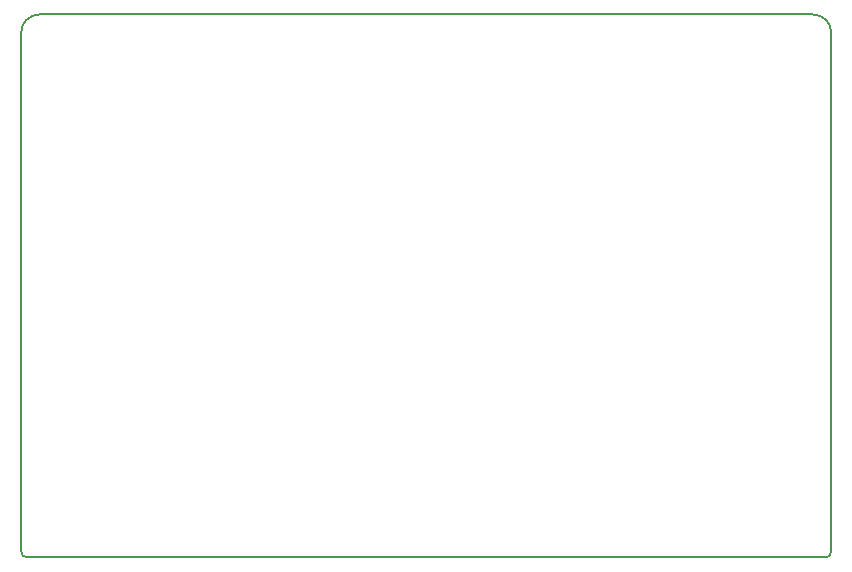
<source format=gm1>
G04 #@! TF.GenerationSoftware,KiCad,Pcbnew,(5.1.10-1-10_14)*
G04 #@! TF.CreationDate,2021-11-18T23:27:22-05:00*
G04 #@! TF.ProjectId,MacClassicRAMCard,4d616343-6c61-4737-9369-6352414d4361,rev?*
G04 #@! TF.SameCoordinates,Original*
G04 #@! TF.FileFunction,Profile,NP*
%FSLAX46Y46*%
G04 Gerber Fmt 4.6, Leading zero omitted, Abs format (unit mm)*
G04 Created by KiCad (PCBNEW (5.1.10-1-10_14)) date 2021-11-18 23:27:22*
%MOMM*%
%LPD*%
G01*
G04 APERTURE LIST*
G04 #@! TA.AperFunction,Profile*
%ADD10C,0.150000*%
G04 #@! TD*
G04 APERTURE END LIST*
D10*
X86868000Y-134874000D02*
G75*
G02*
X86360000Y-134366000I0J508000D01*
G01*
X154940000Y-134366000D02*
G75*
G02*
X154432000Y-134874000I-508000J0D01*
G01*
X154940000Y-134366000D02*
X154940000Y-118554500D01*
X86360000Y-90424000D02*
G75*
G02*
X87884000Y-88900000I1524000J0D01*
G01*
X153416000Y-88900000D02*
G75*
G02*
X154940000Y-90424000I0J-1524000D01*
G01*
X153416000Y-88900000D02*
X87884000Y-88900000D01*
X154940000Y-118554500D02*
X154940000Y-90424000D01*
X86868000Y-134874000D02*
X154432000Y-134874000D01*
X86360000Y-90424000D02*
X86360000Y-134366000D01*
M02*

</source>
